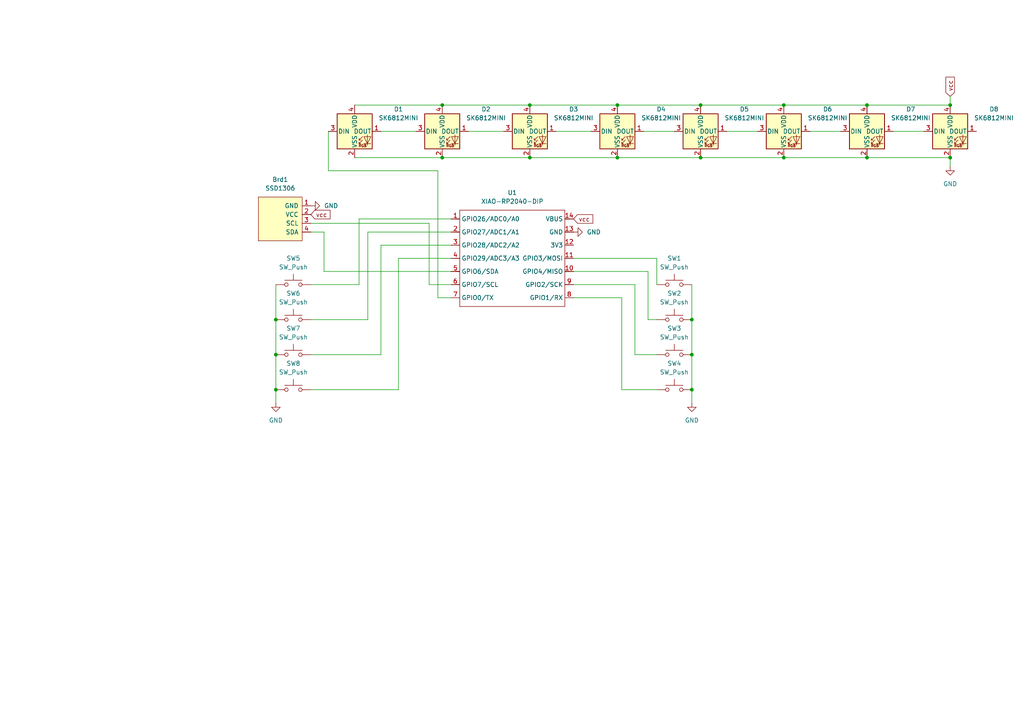
<source format=kicad_sch>
(kicad_sch (version 20250114) (generator "eeschema") (generator_version "9.0")
  (paper "A4")
  (lib_symbols
    (symbol "LED:SK6812MINI" (pin_names (offset 0.254))
      (property "Reference" "D" (at 5.08 5.715 0))
      (property "Value" "SK6812MINI" (at 1.27 -5.715 0))
      (symbol "SK6812MINI_0_0"
        (text "RGB" (at 2.286 -4.191 0) (effects (font (size 0.762 0.762))))
      )
      (symbol "SK6812MINI_0_1"
        (polyline (pts (xy 1.27 -2.54) (xy 1.778 -2.54)))
        (polyline (pts (xy 1.27 -3.556) (xy 1.778 -3.556)))
        (polyline (pts (xy 2.286 -1.524) (xy 1.27 -2.54) (xy 1.27 -2.032)))
        (polyline (pts (xy 2.286 -2.54) (xy 1.27 -3.556) (xy 1.27 -3.048)))
        (polyline (pts (xy 3.683 -1.016) (xy 3.683 -3.556) (xy 3.683 -4.064)))
        (polyline (pts (xy 4.699 -1.524) (xy 2.667 -1.524) (xy 3.683 -3.556) (xy 4.699 -1.524)))
        (polyline (pts (xy 4.699 -3.556) (xy 2.667 -3.556)))
        (rectangle (start 5.08 5.08) (end -5.08 -5.08) (stroke (width 0.254)) (fill (type background)))
      )
      (symbol "SK6812MINI_1_1"
        (pin input line (at -7.62 0 0) (length 2.54) (name "DIN") (number "3"))
        (pin power_in line (at 0 7.62 270) (length 2.54) (name "VDD") (number "4"))
        (pin power_in line (at 0 -7.62 90) (length 2.54) (name "VSS") (number "2"))
        (pin output line (at 7.62 0 180) (length 2.54) (name "DOUT") (number "1"))
      )
    )
    (symbol "SSD1306-128x64_OLED:SSD1306" (pin_names (offset 1.016))
      (property "Reference" "Brd" (at 0 -3.81 0))
      (property "Value" "SSD1306" (at 0 -1.27 0))
      (symbol "SSD1306_0_1"
        (rectangle (start -6.35 6.35) (end 6.35 -6.35) (fill (type background)))
      )
      (symbol "SSD1306_1_1"
        (pin input line (at -3.81 8.89 270) (length 2.54) (name "GND") (number "1"))
        (pin input line (at -1.27 8.89 270) (length 2.54) (name "VCC") (number "2"))
        (pin input line (at 1.27 8.89 270) (length 2.54) (name "SCL") (number "3"))
        (pin input line (at 3.81 8.89 270) (length 2.54) (name "SDA") (number "4"))
      )
    )
    (symbol "Seeed_Studio_XIAO_Series:XIAO-RP2040-DIP"
      (property "Reference" "U" (at 0 0 0))
      (property "Value" "XIAO-RP2040-DIP" (at 5.334 -1.778 0))
      (symbol "XIAO-RP2040-DIP_1_0"
        (polyline (pts (xy -1.27 -2.54) (xy 29.21 -2.54)) (stroke (width 0.1524)))
        (polyline (pts (xy -1.27 -5.08) (xy -2.54 -5.08)) (stroke (width 0.1524)))
        (polyline (pts (xy -1.27 -5.08) (xy -1.27 -2.54)) (stroke (width 0.1524)))
        (polyline (pts (xy -1.27 -8.89) (xy -2.54 -8.89)) (stroke (width 0.1524)))
        (polyline (pts (xy -1.27 -8.89) (xy -1.27 -5.08)) (stroke (width 0.1524)))
        (polyline (pts (xy -1.27 -12.7) (xy -2.54 -12.7)) (stroke (width 0.1524)))
        (polyline (pts (xy -1.27 -12.7) (xy -1.27 -8.89)) (stroke (width 0.1524)))
        (polyline (pts (xy -1.27 -16.51) (xy -2.54 -16.51)) (stroke (width 0.1524)))
        (polyline (pts (xy -1.27 -16.51) (xy -1.27 -12.7)) (stroke (width 0.1524)))
        (polyline (pts (xy -1.27 -20.32) (xy -2.54 -20.32)) (stroke (width 0.1524)))
        (polyline (pts (xy -1.27 -24.13) (xy -2.54 -24.13)) (stroke (width 0.1524)))
        (polyline (pts (xy -1.27 -27.94) (xy -2.54 -27.94)) (stroke (width 0.1524)))
        (polyline (pts (xy -1.27 -30.48) (xy -1.27 -16.51)) (stroke (width 0.1524)))
        (polyline (pts (xy 29.21 -2.54) (xy 29.21 -5.08)) (stroke (width 0.1524)))
        (polyline (pts (xy 29.21 -5.08) (xy 29.21 -8.89)) (stroke (width 0.1524)))
        (polyline (pts (xy 29.21 -8.89) (xy 29.21 -12.7)) (stroke (width 0.1524)))
        (polyline (pts (xy 29.21 -12.7) (xy 29.21 -30.48)) (stroke (width 0.1524)))
        (polyline (pts (xy 29.21 -30.48) (xy -1.27 -30.48)) (stroke (width 0.1524)))
        (polyline (pts (xy 30.48 -5.08) (xy 29.21 -5.08)) (stroke (width 0.1524)))
        (polyline (pts (xy 30.48 -8.89) (xy 29.21 -8.89)) (stroke (width 0.1524)))
        (polyline (pts (xy 30.48 -12.7) (xy 29.21 -12.7)) (stroke (width 0.1524)))
        (polyline (pts (xy 30.48 -16.51) (xy 29.21 -16.51)) (stroke (width 0.1524)))
        (polyline (pts (xy 30.48 -20.32) (xy 29.21 -20.32)) (stroke (width 0.1524)))
        (polyline (pts (xy 30.48 -24.13) (xy 29.21 -24.13)) (stroke (width 0.1524)))
        (polyline (pts (xy 30.48 -27.94) (xy 29.21 -27.94)) (stroke (width 0.1524)))
        (pin passive line (at -3.81 -5.08 0) (length 2.54) (name "GPIO26/ADC0/A0") (number "1"))
        (pin passive line (at -3.81 -8.89 0) (length 2.54) (name "GPIO27/ADC1/A1") (number "2"))
        (pin passive line (at -3.81 -12.7 0) (length 2.54) (name "GPIO28/ADC2/A2") (number "3"))
        (pin passive line (at -3.81 -16.51 0) (length 2.54) (name "GPIO29/ADC3/A3") (number "4"))
        (pin passive line (at -3.81 -20.32 0) (length 2.54) (name "GPIO6/SDA") (number "5"))
        (pin passive line (at -3.81 -24.13 0) (length 2.54) (name "GPIO7/SCL") (number "6"))
        (pin passive line (at -3.81 -27.94 0) (length 2.54) (name "GPIO0/TX") (number "7"))
        (pin passive line (at 31.75 -5.08 180) (length 2.54) (name "VBUS") (number "14"))
        (pin passive line (at 31.75 -8.89 180) (length 2.54) (name "GND") (number "13"))
        (pin passive line (at 31.75 -12.7 180) (length 2.54) (name "3V3") (number "12"))
        (pin passive line (at 31.75 -16.51 180) (length 2.54) (name "GPIO3/MOSI") (number "11"))
        (pin passive line (at 31.75 -20.32 180) (length 2.54) (name "GPIO4/MISO") (number "10"))
        (pin passive line (at 31.75 -24.13 180) (length 2.54) (name "GPIO2/SCK") (number "9"))
        (pin passive line (at 31.75 -27.94 180) (length 2.54) (name "GPIO1/RX") (number "8"))
      )
    )
    (symbol "Switch:SW_Push" (pin_numbers (hide yes)) (pin_names (offset 1.016) (hide yes))
      (property "Reference" "SW" (at 1.27 2.54 0))
      (property "Value" "SW_Push" (at 0 -1.524 0))
      (symbol "SW_Push_0_1"
        (circle (center -2.032 0) (radius 0.508))
        (polyline (pts (xy 0 1.27) (xy 0 3.048)))
        (circle (center 2.032 0) (radius 0.508))
        (polyline (pts (xy 2.54 1.27) (xy -2.54 1.27)))
        (pin passive line (at -5.08 0 0) (length 2.54) (name "1") (number "1"))
        (pin passive line (at 5.08 0 180) (length 2.54) (name "2") (number "2"))
      )
    )
    (symbol "power:GND" (power) (pin_numbers (hide yes)) (pin_names (offset 0) (hide yes))
      (property "Value" "GND" (at 0 -3.81 0))
      (symbol "GND_0_1"
        (polyline (pts (xy 0 0) (xy 0 -1.27) (xy 1.27 -1.27) (xy 0 -2.54) (xy -1.27 -1.27) (xy 0 -1.27)))
      )
      (symbol "GND_1_1"
        (pin power_in line (at 0 0 270) (length 0) (name "~") (number "1"))
      )
    )
  )
  (junction (at 153.67 30.48))
  (junction (at 179.07 30.48))
  (junction (at 128.27 30.48))
  (junction (at 227.33 45.72))
  (junction (at 80.01 113.03))
  (junction (at 200.66 102.87))
  (junction (at 275.59 45.72))
  (junction (at 128.27 45.72))
  (junction (at 179.07 45.72))
  (junction (at 80.01 102.87))
  (junction (at 251.46 30.48))
  (junction (at 153.67 45.72))
  (junction (at 251.46 45.72))
  (junction (at 227.33 30.48))
  (junction (at 80.01 92.71))
  (junction (at 203.2 30.48))
  (junction (at 203.2 45.72))
  (junction (at 200.66 92.71))
  (junction (at 200.66 113.03))
  (junction (at 275.59 30.48))
  (wire (pts (xy 95.25 49.53) (xy 95.25 38.1)))
  (wire (pts (xy 186.69 38.1) (xy 195.58 38.1)))
  (wire (pts (xy 180.34 86.36) (xy 180.34 113.03)))
  (wire (pts (xy 93.98 67.31) (xy 90.17 67.31)))
  (wire (pts (xy 200.66 102.87) (xy 200.66 113.03)))
  (wire (pts (xy 104.14 63.5) (xy 104.14 82.55)))
  (wire (pts (xy 124.46 64.77) (xy 90.17 64.77)))
  (wire (pts (xy 203.2 45.72) (xy 227.33 45.72)))
  (wire (pts (xy 110.49 71.12) (xy 110.49 102.87)))
  (wire (pts (xy 187.96 92.71) (xy 190.5 92.71)))
  (wire (pts (xy 251.46 30.48) (xy 275.59 30.48)))
  (wire (pts (xy 128.27 45.72) (xy 153.67 45.72)))
  (wire (pts (xy 130.81 86.36) (xy 127 86.36)))
  (wire (pts (xy 130.81 71.12) (xy 110.49 71.12)))
  (wire (pts (xy 161.29 38.1) (xy 171.45 38.1)))
  (wire (pts (xy 93.98 78.74) (xy 130.81 78.74)))
  (wire (pts (xy 227.33 45.72) (xy 251.46 45.72)))
  (wire (pts (xy 275.59 45.72) (xy 275.59 48.26)))
  (wire (pts (xy 184.15 102.87) (xy 190.5 102.87)))
  (wire (pts (xy 80.01 102.87) (xy 80.01 113.03)))
  (wire (pts (xy 130.81 67.31) (xy 106.68 67.31)))
  (wire (pts (xy 234.95 38.1) (xy 243.84 38.1)))
  (wire (pts (xy 179.07 30.48) (xy 203.2 30.48)))
  (wire (pts (xy 110.49 102.87) (xy 90.17 102.87)))
  (wire (pts (xy 93.98 78.74) (xy 93.98 67.31)))
  (wire (pts (xy 184.15 82.55) (xy 184.15 102.87)))
  (wire (pts (xy 104.14 82.55) (xy 90.17 82.55)))
  (wire (pts (xy 166.37 78.74) (xy 187.96 78.74)))
  (wire (pts (xy 166.37 74.93) (xy 190.5 74.93)))
  (wire (pts (xy 80.01 113.03) (xy 80.01 116.84)))
  (wire (pts (xy 153.67 30.48) (xy 179.07 30.48)))
  (wire (pts (xy 124.46 82.55) (xy 124.46 64.77)))
  (wire (pts (xy 128.27 30.48) (xy 153.67 30.48)))
  (wire (pts (xy 153.67 45.72) (xy 179.07 45.72)))
  (wire (pts (xy 115.57 74.93) (xy 115.57 113.03)))
  (wire (pts (xy 130.81 63.5) (xy 104.14 63.5)))
  (wire (pts (xy 130.81 74.93) (xy 115.57 74.93)))
  (wire (pts (xy 200.66 82.55) (xy 200.66 92.71)))
  (wire (pts (xy 179.07 45.72) (xy 203.2 45.72)))
  (wire (pts (xy 200.66 113.03) (xy 200.66 116.84)))
  (wire (pts (xy 135.89 38.1) (xy 146.05 38.1)))
  (wire (pts (xy 102.87 45.72) (xy 128.27 45.72)))
  (wire (pts (xy 127 49.53) (xy 95.25 49.53)))
  (wire (pts (xy 106.68 67.31) (xy 106.68 92.71)))
  (wire (pts (xy 80.01 82.55) (xy 80.01 92.71)))
  (wire (pts (xy 187.96 78.74) (xy 187.96 92.71)))
  (wire (pts (xy 166.37 82.55) (xy 184.15 82.55)))
  (wire (pts (xy 127 86.36) (xy 127 49.53)))
  (wire (pts (xy 251.46 45.72) (xy 275.59 45.72)))
  (wire (pts (xy 80.01 92.71) (xy 80.01 102.87)))
  (wire (pts (xy 200.66 92.71) (xy 200.66 102.87)))
  (wire (pts (xy 115.57 113.03) (xy 90.17 113.03)))
  (wire (pts (xy 190.5 74.93) (xy 190.5 82.55)))
  (wire (pts (xy 130.81 82.55) (xy 124.46 82.55)))
  (wire (pts (xy 102.87 30.48) (xy 128.27 30.48)))
  (wire (pts (xy 106.68 92.71) (xy 90.17 92.71)))
  (wire (pts (xy 180.34 113.03) (xy 190.5 113.03)))
  (wire (pts (xy 203.2 30.48) (xy 227.33 30.48)))
  (wire (pts (xy 166.37 86.36) (xy 180.34 86.36)))
  (wire (pts (xy 110.49 38.1) (xy 120.65 38.1)))
  (wire (pts (xy 259.08 38.1) (xy 267.97 38.1)))
  (wire (pts (xy 210.82 38.1) (xy 219.71 38.1)))
  (wire (pts (xy 275.59 27.94) (xy 275.59 30.48)))
  (wire (pts (xy 227.33 30.48) (xy 251.46 30.48)))
  (global_label "vcc" (shape input) (at 275.59 27.94 90) (property "Intersheetrefs" "${INTERSHEET_REFS}" (effects (hide yes))))
  (global_label "vcc" (shape input) (at 90.17 62.23 0) (property "Intersheetrefs" "${INTERSHEET_REFS}" (effects (hide yes))))
  (global_label "vcc" (shape input) (at 166.37 63.5 0) (property "Intersheetrefs" "${INTERSHEET_REFS}" (effects (hide yes))))
  (symbol (lib_id "Switch:SW_Push") (at 195.58 92.71 0) (unit 1)
    (property "Reference" "SW2" (at 195.58 85.09 0))
    (property "Value" "SW_Push" (at 195.58 87.63 0))
    (property "Footprint" "Button_Switch_Keyboard:SW_Cherry_MX_1.00u_PCB" (effects (hide yes)))
    (property "Description" "Push button switch, generic, two pins" (effects (hide yes)))
  )
  (symbol (lib_id "Switch:SW_Push") (at 195.58 102.87 0) (unit 1)
    (property "Reference" "SW3" (at 195.58 95.25 0))
    (property "Value" "SW_Push" (at 195.58 97.79 0))
    (property "Footprint" "Button_Switch_Keyboard:SW_Cherry_MX_1.00u_PCB" (effects (hide yes)))
    (property "Description" "Push button switch, generic, two pins" (effects (hide yes)))
  )
  (symbol (lib_id "power:GND") (at 90.17 59.69 90) (unit 1)
    (property "Reference" "#PWR06" (effects (hide yes)))
    (property "Value" "GND" (at 93.98 59.6899 90) (effects (justify right)))
    (property "Description" "Power symbol creates a global label with name \"GND\" , ground" (effects (hide yes)))
  )
  (symbol (lib_id "Switch:SW_Push") (at 195.58 113.03 0) (unit 1)
    (property "Reference" "SW4" (at 195.58 105.41 0))
    (property "Value" "SW_Push" (at 195.58 107.95 0))
    (property "Footprint" "Button_Switch_Keyboard:SW_Cherry_MX_1.00u_PCB" (effects (hide yes)))
    (property "Description" "Push button switch, generic, two pins" (effects (hide yes)))
  )
  (symbol (lib_id "LED:SK6812MINI") (at 179.07 38.1 0) (unit 1)
    (property "Reference" "D4" (at 191.77 31.6798 0))
    (property "Value" "SK6812MINI" (at 191.77 34.2198 0))
    (property "Footprint" "LED_SMD:LED_SK6812MINI_PLCC4_3.5x3.5mm_P1.75mm" (effects (hide yes)))
    (property "Datasheet" "https://cdn-shop.adafruit.com/product-files/2686/SK6812MINI_REV.01-1-2.pdf" (effects (hide yes)))
    (property "Description" "RGB LED with integrated controller" (effects (hide yes)))
  )
  (symbol (lib_id "power:GND") (at 166.37 67.31 90) (unit 1)
    (property "Reference" "#PWR01" (effects (hide yes)))
    (property "Value" "GND" (at 170.18 67.3099 90) (effects (justify right)))
    (property "Description" "Power symbol creates a global label with name \"GND\" , ground" (effects (hide yes)))
  )
  (symbol (lib_id "LED:SK6812MINI") (at 153.67 38.1 0) (unit 1)
    (property "Reference" "D3" (at 166.37 31.6798 0))
    (property "Value" "SK6812MINI" (at 166.37 34.2198 0))
    (property "Footprint" "LED_SMD:LED_SK6812MINI_PLCC4_3.5x3.5mm_P1.75mm" (effects (hide yes)))
    (property "Datasheet" "https://cdn-shop.adafruit.com/product-files/2686/SK6812MINI_REV.01-1-2.pdf" (effects (hide yes)))
    (property "Description" "RGB LED with integrated controller" (effects (hide yes)))
  )
  (symbol (lib_id "Seeed_Studio_XIAO_Series:XIAO-RP2040-DIP") (at 134.62 58.42 0) (unit 1)
    (property "Reference" "U1" (at 148.59 55.88 0))
    (property "Value" "XIAO-RP2040-DIP" (at 148.59 58.42 0))
    (property "Footprint" "Seeed Studio XIAO Series Library:XIAO-RP2040-DIP" (effects (hide yes)))
  )
  (symbol (lib_id "Switch:SW_Push") (at 85.09 92.71 0) (unit 1)
    (property "Reference" "SW6" (at 85.09 85.09 0))
    (property "Value" "SW_Push" (at 85.09 87.63 0))
    (property "Footprint" "Button_Switch_Keyboard:SW_Cherry_MX_1.00u_PCB" (effects (hide yes)))
    (property "Description" "Push button switch, generic, two pins" (effects (hide yes)))
  )
  (symbol (lib_id "SSD1306-128x64_OLED:SSD1306") (at 81.28 63.5 270) (unit 1)
    (property "Reference" "Brd1" (at 81.28 52.07 90))
    (property "Value" "SSD1306" (at 81.28 54.61 90))
    (property "Footprint" "oled:SSD1306-0.91-OLED-4pin-128x32" (effects (hide yes)))
    (property "Description" "SSD1306 OLED" (effects (hide yes)))
  )
  (symbol (lib_id "Switch:SW_Push") (at 85.09 82.55 0) (unit 1)
    (property "Reference" "SW5" (at 85.09 74.93 0))
    (property "Value" "SW_Push" (at 85.09 77.47 0))
    (property "Footprint" "Button_Switch_Keyboard:SW_Cherry_MX_1.00u_PCB" (effects (hide yes)))
    (property "Description" "Push button switch, generic, two pins" (effects (hide yes)))
  )
  (symbol (lib_id "LED:SK6812MINI") (at 251.46 38.1 0) (unit 1)
    (property "Reference" "D7" (at 264.16 31.6798 0))
    (property "Value" "SK6812MINI" (at 264.16 34.2198 0))
    (property "Footprint" "LED_SMD:LED_SK6812MINI_PLCC4_3.5x3.5mm_P1.75mm" (effects (hide yes)))
    (property "Datasheet" "https://cdn-shop.adafruit.com/product-files/2686/SK6812MINI_REV.01-1-2.pdf" (effects (hide yes)))
    (property "Description" "RGB LED with integrated controller" (effects (hide yes)))
  )
  (symbol (lib_id "power:GND") (at 80.01 116.84 0) (unit 1)
    (property "Reference" "#PWR08" (effects (hide yes)))
    (property "Value" "GND" (at 80.01 121.92 0))
    (property "Description" "Power symbol creates a global label with name \"GND\" , ground" (effects (hide yes)))
  )
  (symbol (lib_id "LED:SK6812MINI") (at 275.59 38.1 0) (unit 1)
    (property "Reference" "D8" (at 288.29 31.6798 0))
    (property "Value" "SK6812MINI" (at 288.29 34.2198 0))
    (property "Footprint" "LED_SMD:LED_SK6812MINI_PLCC4_3.5x3.5mm_P1.75mm" (effects (hide yes)))
    (property "Datasheet" "https://cdn-shop.adafruit.com/product-files/2686/SK6812MINI_REV.01-1-2.pdf" (effects (hide yes)))
    (property "Description" "RGB LED with integrated controller" (effects (hide yes)))
  )
  (symbol (lib_id "LED:SK6812MINI") (at 227.33 38.1 0) (unit 1)
    (property "Reference" "D6" (at 240.03 31.6798 0))
    (property "Value" "SK6812MINI" (at 240.03 34.2198 0))
    (property "Footprint" "LED_SMD:LED_SK6812MINI_PLCC4_3.5x3.5mm_P1.75mm" (effects (hide yes)))
    (property "Datasheet" "https://cdn-shop.adafruit.com/product-files/2686/SK6812MINI_REV.01-1-2.pdf" (effects (hide yes)))
    (property "Description" "RGB LED with integrated controller" (effects (hide yes)))
  )
  (symbol (lib_id "Switch:SW_Push") (at 85.09 113.03 0) (unit 1)
    (property "Reference" "SW8" (at 85.09 105.41 0))
    (property "Value" "SW_Push" (at 85.09 107.95 0))
    (property "Footprint" "Button_Switch_Keyboard:SW_Cherry_MX_1.00u_PCB" (effects (hide yes)))
    (property "Description" "Push button switch, generic, two pins" (effects (hide yes)))
  )
  (symbol (lib_id "Switch:SW_Push") (at 195.58 82.55 0) (unit 1)
    (property "Reference" "SW1" (at 195.58 74.93 0))
    (property "Value" "SW_Push" (at 195.58 77.47 0))
    (property "Footprint" "Button_Switch_Keyboard:SW_Cherry_MX_1.00u_PCB" (effects (hide yes)))
    (property "Description" "Push button switch, generic, two pins" (effects (hide yes)))
  )
  (symbol (lib_id "Switch:SW_Push") (at 85.09 102.87 0) (unit 1)
    (property "Reference" "SW7" (at 85.09 95.25 0))
    (property "Value" "SW_Push" (at 85.09 97.79 0))
    (property "Footprint" "Button_Switch_Keyboard:SW_Cherry_MX_1.00u_PCB" (effects (hide yes)))
    (property "Description" "Push button switch, generic, two pins" (effects (hide yes)))
  )
  (symbol (lib_id "power:GND") (at 275.59 48.26 0) (unit 1)
    (property "Reference" "#PWR05" (effects (hide yes)))
    (property "Value" "GND" (at 275.59 53.34 0))
    (property "Description" "Power symbol creates a global label with name \"GND\" , ground" (effects (hide yes)))
  )
  (symbol (lib_id "LED:SK6812MINI") (at 128.27 38.1 0) (unit 1)
    (property "Reference" "D2" (at 140.97 31.6798 0))
    (property "Value" "SK6812MINI" (at 140.97 34.2198 0))
    (property "Footprint" "LED_SMD:LED_SK6812MINI_PLCC4_3.5x3.5mm_P1.75mm" (effects (hide yes)))
    (property "Datasheet" "https://cdn-shop.adafruit.com/product-files/2686/SK6812MINI_REV.01-1-2.pdf" (effects (hide yes)))
    (property "Description" "RGB LED with integrated controller" (effects (hide yes)))
  )
  (symbol (lib_id "power:GND") (at 200.66 116.84 0) (unit 1)
    (property "Reference" "#PWR03" (effects (hide yes)))
    (property "Value" "GND" (at 200.66 121.92 0))
    (property "Description" "Power symbol creates a global label with name \"GND\" , ground" (effects (hide yes)))
  )
  (symbol (lib_id "LED:SK6812MINI") (at 203.2 38.1 0) (unit 1)
    (property "Reference" "D5" (at 215.9 31.6798 0))
    (property "Value" "SK6812MINI" (at 215.9 34.2198 0))
    (property "Footprint" "LED_SMD:LED_SK6812MINI_PLCC4_3.5x3.5mm_P1.75mm" (effects (hide yes)))
    (property "Datasheet" "https://cdn-shop.adafruit.com/product-files/2686/SK6812MINI_REV.01-1-2.pdf" (effects (hide yes)))
    (property "Description" "RGB LED with integrated controller" (effects (hide yes)))
  )
  (symbol (lib_id "LED:SK6812MINI") (at 102.87 38.1 0) (unit 1)
    (property "Reference" "D1" (at 115.57 31.6798 0))
    (property "Value" "SK6812MINI" (at 115.57 34.2198 0))
    (property "Footprint" "LED_SMD:LED_SK6812MINI_PLCC4_3.5x3.5mm_P1.75mm" (effects (hide yes)))
    (property "Datasheet" "https://cdn-shop.adafruit.com/product-files/2686/SK6812MINI_REV.01-1-2.pdf" (effects (hide yes)))
    (property "Description" "RGB LED with integrated controller" (effects (hide yes)))
  )
)
</source>
